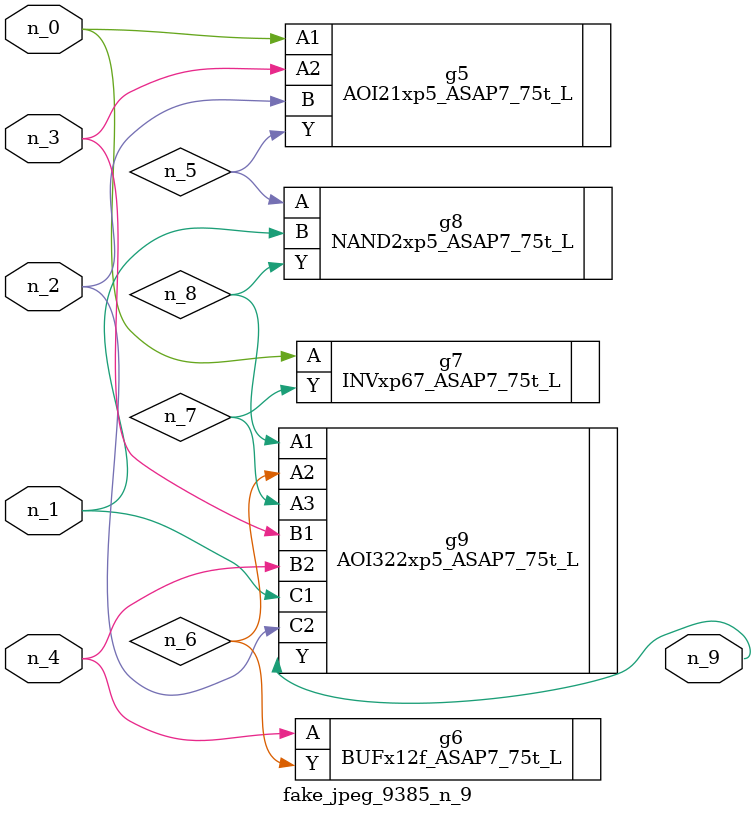
<source format=v>
module fake_jpeg_9385_n_9 (n_3, n_2, n_1, n_0, n_4, n_9);

input n_3;
input n_2;
input n_1;
input n_0;
input n_4;

output n_9;

wire n_8;
wire n_6;
wire n_5;
wire n_7;

AOI21xp5_ASAP7_75t_L g5 ( 
.A1(n_0),
.A2(n_3),
.B(n_2),
.Y(n_5)
);

BUFx12f_ASAP7_75t_L g6 ( 
.A(n_4),
.Y(n_6)
);

INVxp67_ASAP7_75t_L g7 ( 
.A(n_0),
.Y(n_7)
);

NAND2xp5_ASAP7_75t_L g8 ( 
.A(n_5),
.B(n_1),
.Y(n_8)
);

AOI322xp5_ASAP7_75t_L g9 ( 
.A1(n_8),
.A2(n_6),
.A3(n_7),
.B1(n_3),
.B2(n_4),
.C1(n_1),
.C2(n_2),
.Y(n_9)
);


endmodule
</source>
